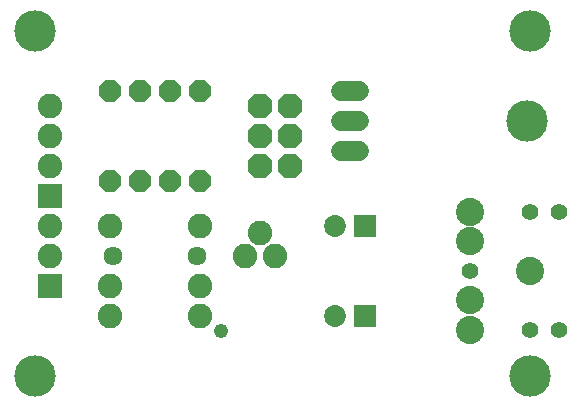
<source format=gts>
G75*
G70*
%OFA0B0*%
%FSLAX24Y24*%
%IPPOS*%
%LPD*%
%AMOC8*
5,1,8,0,0,1.08239X$1,22.5*
%
%ADD10OC8,0.0710*%
%ADD11OC8,0.0820*%
%ADD12C,0.0680*%
%ADD13C,0.1380*%
%ADD14C,0.0730*%
%ADD15R,0.0730X0.0730*%
%ADD16C,0.0552*%
%ADD17C,0.0940*%
%ADD18C,0.0820*%
%ADD19C,0.0634*%
%ADD20R,0.0820X0.0820*%
%ADD21C,0.0480*%
D10*
X003732Y007730D03*
X004732Y007730D03*
X005732Y007730D03*
X006732Y007730D03*
X006732Y010730D03*
X005732Y010730D03*
X004732Y010730D03*
X003732Y010730D03*
D11*
X008732Y010230D03*
X009732Y010230D03*
X009732Y009230D03*
X008732Y009230D03*
X008732Y008230D03*
X009732Y008230D03*
D12*
X011432Y008730D02*
X012032Y008730D01*
X012032Y009730D02*
X011432Y009730D01*
X011432Y010730D02*
X012032Y010730D01*
D13*
X001232Y001230D03*
X017732Y001230D03*
X017632Y009730D03*
X017732Y012730D03*
X001232Y012730D03*
D14*
X011232Y006230D03*
X011232Y003230D03*
D15*
X012232Y003230D03*
X012232Y006230D03*
D16*
X015763Y004730D03*
X017732Y002762D03*
X018716Y002762D03*
X018716Y006699D03*
X017732Y006699D03*
D17*
X015763Y006699D03*
X015763Y005714D03*
X017732Y004730D03*
X015763Y003746D03*
X015763Y002762D03*
D18*
X009232Y005230D03*
X008732Y005980D03*
X008232Y005230D03*
X006732Y004230D03*
X006732Y003230D03*
X003732Y003230D03*
X003732Y004230D03*
X001732Y005230D03*
X001732Y006230D03*
X003732Y006230D03*
X001732Y008230D03*
X001732Y009230D03*
X001732Y010230D03*
X006732Y006230D03*
D19*
X006632Y005230D03*
X003832Y005230D03*
D20*
X001732Y004230D03*
X001732Y007230D03*
D21*
X007432Y002730D03*
M02*

</source>
